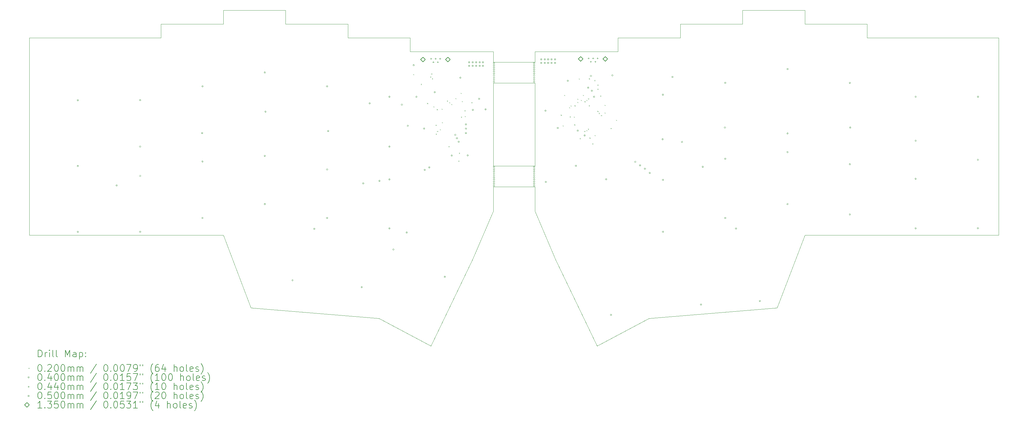
<source format=gbr>
%TF.GenerationSoftware,KiCad,Pcbnew,(6.0.9)*%
%TF.CreationDate,2023-05-23T12:27:55-07:00*%
%TF.ProjectId,Keycad_fun,4b657963-6164-45f6-9675-6e2e6b696361,rev?*%
%TF.SameCoordinates,Original*%
%TF.FileFunction,Drillmap*%
%TF.FilePolarity,Positive*%
%FSLAX45Y45*%
G04 Gerber Fmt 4.5, Leading zero omitted, Abs format (unit mm)*
G04 Created by KiCad (PCBNEW (6.0.9)) date 2023-05-23 12:27:55*
%MOMM*%
%LPD*%
G01*
G04 APERTURE LIST*
%ADD10C,0.050000*%
%ADD11C,0.200000*%
%ADD12C,0.020000*%
%ADD13C,0.040000*%
%ADD14C,0.044000*%
%ADD15C,0.135000*%
G04 APERTURE END LIST*
D10*
X10400000Y-12800000D02*
X9600000Y-10700000D01*
X17400000Y-10000000D02*
X16800000Y-11400000D01*
X21000000Y-5000000D02*
X21000000Y-5400000D01*
X18600000Y-9700000D02*
X18600000Y-9900000D01*
X19200000Y-11400000D02*
X20400000Y-13900000D01*
X19200000Y-5400000D02*
X18900000Y-5400000D01*
X20400000Y-13900000D02*
X21900000Y-13100000D01*
X18600000Y-9900000D02*
X18600000Y-10000000D01*
X21000000Y-5400000D02*
X19200000Y-5400000D01*
X28200000Y-4600000D02*
X26400000Y-4600000D01*
X26400000Y-4200000D02*
X24600000Y-4200000D01*
X22800000Y-4600000D02*
X22800000Y-5000000D01*
X28200000Y-5000000D02*
X28200000Y-4600000D01*
X18600000Y-10000000D02*
X19200000Y-11400000D01*
X25600000Y-12800000D02*
X26400000Y-10700000D01*
X21900000Y-13100000D02*
X25600000Y-12800000D01*
X26400000Y-4600000D02*
X26400000Y-4200000D01*
X24600000Y-4600000D02*
X22800000Y-4600000D01*
X24600000Y-4200000D02*
X24600000Y-4600000D01*
X18800000Y-5400000D02*
X18600000Y-5400000D01*
X18900000Y-5400000D02*
X18800000Y-5400000D01*
X17200000Y-5400000D02*
X17400000Y-5400000D01*
X16800000Y-5400000D02*
X17100000Y-5400000D01*
X18600000Y-9090000D02*
G75*
G03*
X18600000Y-9090000I-20000J0D01*
G01*
X18600000Y-5790000D02*
G75*
G03*
X18600000Y-5790000I-20000J0D01*
G01*
X18600000Y-9270000D02*
G75*
G03*
X18600000Y-9270000I-20000J0D01*
G01*
X17440000Y-5850000D02*
G75*
G03*
X17440000Y-5850000I-20000J0D01*
G01*
X6700000Y-5000000D02*
X7300000Y-5000000D01*
X9600000Y-4200000D02*
X11400000Y-4200000D01*
X7300000Y-5000000D02*
X7800000Y-5000000D01*
X4000000Y-9700000D02*
X4000000Y-10200000D01*
X13200000Y-4600000D02*
X13200000Y-5000000D01*
X17440000Y-8910000D02*
G75*
G03*
X17440000Y-8910000I-20000J0D01*
G01*
X21000000Y-5000000D02*
X21700000Y-5000000D01*
X22300000Y-5000000D02*
X22800000Y-5000000D01*
X4000000Y-5700000D02*
X4000000Y-5000000D01*
X17400000Y-5700000D02*
X18600000Y-5700000D01*
X17400000Y-9900000D02*
X17400000Y-10000000D01*
X32000000Y-9700000D02*
X32000000Y-6300000D01*
X17400000Y-8700000D02*
X17400000Y-6300000D01*
X13200000Y-5000000D02*
X13700000Y-5000000D01*
X17440000Y-9090000D02*
G75*
G03*
X17440000Y-9090000I-20000J0D01*
G01*
X18600000Y-5730000D02*
G75*
G03*
X18600000Y-5730000I-20000J0D01*
G01*
X18600000Y-8790000D02*
G75*
G03*
X18600000Y-8790000I-20000J0D01*
G01*
X4000000Y-5700000D02*
X4000000Y-6300000D01*
X6700000Y-5000000D02*
X5800000Y-5000000D01*
X18600000Y-6090000D02*
G75*
G03*
X18600000Y-6090000I-20000J0D01*
G01*
X17440000Y-5730000D02*
G75*
G03*
X17440000Y-5730000I-20000J0D01*
G01*
X15600000Y-13900000D02*
X14100000Y-13100000D01*
X17400000Y-9700000D02*
X17400000Y-9900000D01*
X15000000Y-5400000D02*
X16800000Y-5400000D01*
X18600000Y-9210000D02*
G75*
G03*
X18600000Y-9210000I-20000J0D01*
G01*
X18600000Y-8700000D02*
X17400000Y-8700000D01*
X17440000Y-9030000D02*
G75*
G03*
X17440000Y-9030000I-20000J0D01*
G01*
X21700000Y-5000000D02*
X22300000Y-5000000D01*
X17440000Y-8970000D02*
G75*
G03*
X17440000Y-8970000I-20000J0D01*
G01*
X17400000Y-5400000D02*
X17400000Y-5700000D01*
X17440000Y-6150000D02*
G75*
G03*
X17440000Y-6150000I-20000J0D01*
G01*
X4000000Y-9700000D02*
X4000000Y-6300000D01*
X4000000Y-5000000D02*
X5800000Y-5000000D01*
X18600000Y-6270000D02*
G75*
G03*
X18600000Y-6270000I-20000J0D01*
G01*
X17440000Y-9210000D02*
G75*
G03*
X17440000Y-9210000I-20000J0D01*
G01*
X18600000Y-6210000D02*
G75*
G03*
X18600000Y-6210000I-20000J0D01*
G01*
X17400000Y-9700000D02*
X17400000Y-9300000D01*
X29300000Y-5000000D02*
X32000000Y-5000000D01*
X29300000Y-10700000D02*
X32000000Y-10700000D01*
X18600000Y-6150000D02*
G75*
G03*
X18600000Y-6150000I-20000J0D01*
G01*
X14100000Y-13100000D02*
X10400000Y-12800000D01*
X11400000Y-4600000D02*
X13200000Y-4600000D01*
X18600000Y-5400000D02*
X18600000Y-5700000D01*
X18600000Y-5850000D02*
G75*
G03*
X18600000Y-5850000I-20000J0D01*
G01*
X18600000Y-6030000D02*
G75*
G03*
X18600000Y-6030000I-20000J0D01*
G01*
X32000000Y-10300000D02*
X32000000Y-10700000D01*
X28700000Y-5000000D02*
X29300000Y-5000000D01*
X28200000Y-5000000D02*
X28700000Y-5000000D01*
X18600000Y-5910000D02*
G75*
G03*
X18600000Y-5910000I-20000J0D01*
G01*
X17440000Y-5970000D02*
G75*
G03*
X17440000Y-5970000I-20000J0D01*
G01*
X17440000Y-9270000D02*
G75*
G03*
X17440000Y-9270000I-20000J0D01*
G01*
X13700000Y-5000000D02*
X14300000Y-5000000D01*
X9600000Y-4600000D02*
X9600000Y-4200000D01*
X18600000Y-8730000D02*
G75*
G03*
X18600000Y-8730000I-20000J0D01*
G01*
X18600000Y-6300000D02*
X17400000Y-6300000D01*
X17440000Y-6090000D02*
G75*
G03*
X17440000Y-6090000I-20000J0D01*
G01*
X18600000Y-9700000D02*
X18600000Y-9300000D01*
X7300000Y-10700000D02*
X9600000Y-10700000D01*
X7800000Y-5000000D02*
X7800000Y-4600000D01*
X17440000Y-6030000D02*
G75*
G03*
X17440000Y-6030000I-20000J0D01*
G01*
X32000000Y-6300000D02*
X32000000Y-5700000D01*
X17100000Y-5400000D02*
X17200000Y-5400000D01*
X4000000Y-10700000D02*
X6700000Y-10700000D01*
X6700000Y-10700000D02*
X7300000Y-10700000D01*
X18600000Y-9150000D02*
G75*
G03*
X18600000Y-9150000I-20000J0D01*
G01*
X32000000Y-5700000D02*
X32000000Y-5000000D01*
X14300000Y-5000000D02*
X15000000Y-5000000D01*
X26400000Y-10700000D02*
X28700000Y-10700000D01*
X17440000Y-8850000D02*
G75*
G03*
X17440000Y-8850000I-20000J0D01*
G01*
X17440000Y-5790000D02*
G75*
G03*
X17440000Y-5790000I-20000J0D01*
G01*
X7800000Y-4600000D02*
X9600000Y-4600000D01*
X18600000Y-5970000D02*
G75*
G03*
X18600000Y-5970000I-20000J0D01*
G01*
X32000000Y-10300000D02*
X32000000Y-9700000D01*
X17440000Y-8790000D02*
G75*
G03*
X17440000Y-8790000I-20000J0D01*
G01*
X16800000Y-11400000D02*
X15600000Y-13900000D01*
X17440000Y-5910000D02*
G75*
G03*
X17440000Y-5910000I-20000J0D01*
G01*
X17440000Y-8730000D02*
G75*
G03*
X17440000Y-8730000I-20000J0D01*
G01*
X4000000Y-10200000D02*
X4000000Y-10700000D01*
X28700000Y-10700000D02*
X29300000Y-10700000D01*
X18600000Y-8970000D02*
G75*
G03*
X18600000Y-8970000I-20000J0D01*
G01*
X18600000Y-8850000D02*
G75*
G03*
X18600000Y-8850000I-20000J0D01*
G01*
X18600000Y-9030000D02*
G75*
G03*
X18600000Y-9030000I-20000J0D01*
G01*
X17400000Y-9300000D02*
X18600000Y-9300000D01*
X18600000Y-6300000D02*
X18600000Y-8700000D01*
X18600000Y-8910000D02*
G75*
G03*
X18600000Y-8910000I-20000J0D01*
G01*
X11400000Y-4200000D02*
X11400000Y-4600000D01*
X15000000Y-5000000D02*
X15000000Y-5400000D01*
X17440000Y-6270000D02*
G75*
G03*
X17440000Y-6270000I-20000J0D01*
G01*
X17440000Y-6210000D02*
G75*
G03*
X17440000Y-6210000I-20000J0D01*
G01*
X17440000Y-9150000D02*
G75*
G03*
X17440000Y-9150000I-20000J0D01*
G01*
D11*
D12*
X15090000Y-6049411D02*
X15110000Y-6069411D01*
X15110000Y-6049411D02*
X15090000Y-6069411D01*
X15310000Y-6330000D02*
X15330000Y-6350000D01*
X15330000Y-6330000D02*
X15310000Y-6350000D01*
X15490000Y-6880000D02*
X15510000Y-6900000D01*
X15510000Y-6880000D02*
X15490000Y-6900000D01*
X15577000Y-6118000D02*
X15597000Y-6138000D01*
X15597000Y-6118000D02*
X15577000Y-6138000D01*
X15610000Y-6030000D02*
X15630000Y-6050000D01*
X15630000Y-6030000D02*
X15610000Y-6050000D01*
X15630000Y-6170000D02*
X15650000Y-6190000D01*
X15650000Y-6170000D02*
X15630000Y-6190000D01*
X15670000Y-6977000D02*
X15690000Y-6997000D01*
X15690000Y-6977000D02*
X15670000Y-6997000D01*
X15737250Y-7510150D02*
X15757250Y-7530150D01*
X15757250Y-7510150D02*
X15737250Y-7530150D01*
X15740000Y-7770000D02*
X15760000Y-7790000D01*
X15760000Y-7770000D02*
X15740000Y-7790000D01*
X15770000Y-7060000D02*
X15790000Y-7080000D01*
X15790000Y-7060000D02*
X15770000Y-7080000D01*
X15780000Y-7690000D02*
X15800000Y-7710000D01*
X15800000Y-7690000D02*
X15780000Y-7710000D01*
X15860000Y-7640000D02*
X15880000Y-7660000D01*
X15880000Y-7640000D02*
X15860000Y-7660000D01*
X15907556Y-7046761D02*
X15927556Y-7066761D01*
X15927556Y-7046761D02*
X15907556Y-7066761D01*
X15917000Y-7438000D02*
X15937000Y-7458000D01*
X15937000Y-7438000D02*
X15917000Y-7458000D01*
X16064664Y-6814664D02*
X16084664Y-6834664D01*
X16084664Y-6814664D02*
X16064664Y-6834664D01*
X16110000Y-8130000D02*
X16130000Y-8150000D01*
X16130000Y-8130000D02*
X16110000Y-8150000D01*
X16130000Y-6860000D02*
X16150000Y-6880000D01*
X16150000Y-6860000D02*
X16130000Y-6880000D01*
X16190000Y-6910000D02*
X16210000Y-6930000D01*
X16210000Y-6910000D02*
X16190000Y-6930000D01*
X16307000Y-6743000D02*
X16327000Y-6763000D01*
X16327000Y-6743000D02*
X16307000Y-6763000D01*
X16390000Y-8550000D02*
X16410000Y-8570000D01*
X16410000Y-8550000D02*
X16390000Y-8570000D01*
X16410000Y-8320000D02*
X16430000Y-8340000D01*
X16430000Y-8320000D02*
X16410000Y-8340000D01*
X16460000Y-6590000D02*
X16480000Y-6610000D01*
X16480000Y-6590000D02*
X16460000Y-6610000D01*
X16467000Y-7279000D02*
X16487000Y-7299000D01*
X16487000Y-7279000D02*
X16467000Y-7299000D01*
X16495000Y-6828000D02*
X16515000Y-6848000D01*
X16515000Y-6828000D02*
X16495000Y-6848000D01*
X16570000Y-7093300D02*
X16590000Y-7113300D01*
X16590000Y-7093300D02*
X16570000Y-7113300D01*
X16580000Y-7260000D02*
X16600000Y-7280000D01*
X16600000Y-7260000D02*
X16580000Y-7280000D01*
X16770000Y-6860000D02*
X16790000Y-6880000D01*
X16790000Y-6860000D02*
X16770000Y-6880000D01*
X19350000Y-7219000D02*
X19370000Y-7239000D01*
X19370000Y-7219000D02*
X19350000Y-7239000D01*
X19405000Y-7528000D02*
X19425000Y-7548000D01*
X19425000Y-7528000D02*
X19405000Y-7548000D01*
X19450000Y-6650000D02*
X19470000Y-6670000D01*
X19470000Y-6650000D02*
X19450000Y-6670000D01*
X19595000Y-7005000D02*
X19615000Y-7025000D01*
X19615000Y-7005000D02*
X19595000Y-7025000D01*
X19610000Y-7270000D02*
X19630000Y-7290000D01*
X19630000Y-7270000D02*
X19610000Y-7290000D01*
X19635000Y-6955000D02*
X19655000Y-6975000D01*
X19655000Y-6955000D02*
X19635000Y-6975000D01*
X19730000Y-7277000D02*
X19750000Y-7297000D01*
X19750000Y-7277000D02*
X19730000Y-7297000D01*
X19740000Y-7498000D02*
X19760000Y-7518000D01*
X19760000Y-7498000D02*
X19740000Y-7518000D01*
X19750000Y-6950000D02*
X19770000Y-6970000D01*
X19770000Y-6950000D02*
X19750000Y-6970000D01*
X19830000Y-6760000D02*
X19850000Y-6780000D01*
X19850000Y-6760000D02*
X19830000Y-6780000D01*
X19830000Y-6850000D02*
X19850000Y-6870000D01*
X19850000Y-6850000D02*
X19830000Y-6870000D01*
X19874000Y-6175000D02*
X19894000Y-6195000D01*
X19894000Y-6175000D02*
X19874000Y-6195000D01*
X19900000Y-7896000D02*
X19920000Y-7916000D01*
X19920000Y-7896000D02*
X19900000Y-7916000D01*
X19930000Y-6790000D02*
X19950000Y-6810000D01*
X19950000Y-6790000D02*
X19930000Y-6810000D01*
X19990000Y-6650000D02*
X20010000Y-6670000D01*
X20010000Y-6650000D02*
X19990000Y-6670000D01*
X20030000Y-7690000D02*
X20050000Y-7710000D01*
X20050000Y-7690000D02*
X20030000Y-7710000D01*
X20036300Y-6830000D02*
X20056300Y-6850000D01*
X20056300Y-6830000D02*
X20036300Y-6850000D01*
X20089704Y-7664572D02*
X20109704Y-7684572D01*
X20109704Y-7664572D02*
X20089704Y-7684572D01*
X20090000Y-6790000D02*
X20110000Y-6810000D01*
X20110000Y-6790000D02*
X20090000Y-6810000D01*
X20135000Y-7625000D02*
X20155000Y-7645000D01*
X20155000Y-7625000D02*
X20135000Y-7645000D01*
X20138700Y-6750000D02*
X20158700Y-6770000D01*
X20158700Y-6750000D02*
X20138700Y-6770000D01*
X20160000Y-6950000D02*
X20180000Y-6970000D01*
X20180000Y-6950000D02*
X20160000Y-6970000D01*
X20165000Y-6171000D02*
X20185000Y-6191000D01*
X20185000Y-6171000D02*
X20165000Y-6191000D01*
X20181000Y-7879000D02*
X20201000Y-7899000D01*
X20201000Y-7879000D02*
X20181000Y-7899000D01*
X20262000Y-8050000D02*
X20282000Y-8070000D01*
X20282000Y-8050000D02*
X20262000Y-8070000D01*
X20320000Y-6220000D02*
X20340000Y-6240000D01*
X20340000Y-6220000D02*
X20320000Y-6240000D01*
X20330000Y-7810000D02*
X20350000Y-7830000D01*
X20350000Y-7810000D02*
X20330000Y-7830000D01*
X20410000Y-6350000D02*
X20430000Y-6370000D01*
X20430000Y-6350000D02*
X20410000Y-6370000D01*
X20410000Y-6470000D02*
X20430000Y-6490000D01*
X20430000Y-6470000D02*
X20410000Y-6490000D01*
X20410000Y-7110000D02*
X20430000Y-7130000D01*
X20430000Y-7110000D02*
X20410000Y-7130000D01*
X20450000Y-7170000D02*
X20470000Y-7190000D01*
X20470000Y-7170000D02*
X20450000Y-7190000D01*
X20490000Y-6670000D02*
X20510000Y-6690000D01*
X20510000Y-6670000D02*
X20490000Y-6690000D01*
X20510000Y-7230000D02*
X20530000Y-7250000D01*
X20530000Y-7230000D02*
X20510000Y-7250000D01*
X20615000Y-7155000D02*
X20635000Y-7175000D01*
X20635000Y-7155000D02*
X20615000Y-7175000D01*
X20617261Y-6937261D02*
X20637261Y-6957261D01*
X20637261Y-6937261D02*
X20617261Y-6957261D01*
X20791000Y-7605000D02*
X20811000Y-7625000D01*
X20811000Y-7605000D02*
X20791000Y-7625000D01*
X20950000Y-7370000D02*
X20970000Y-7390000D01*
X20970000Y-7370000D02*
X20950000Y-7390000D01*
D13*
X5420000Y-6800000D02*
G75*
G03*
X5420000Y-6800000I-20000J0D01*
G01*
X5420000Y-8700000D02*
G75*
G03*
X5420000Y-8700000I-20000J0D01*
G01*
X5420000Y-10600000D02*
G75*
G03*
X5420000Y-10600000I-20000J0D01*
G01*
X6540000Y-9260000D02*
G75*
G03*
X6540000Y-9260000I-20000J0D01*
G01*
X7220000Y-6800000D02*
G75*
G03*
X7220000Y-6800000I-20000J0D01*
G01*
X7220000Y-8140000D02*
G75*
G03*
X7220000Y-8140000I-20000J0D01*
G01*
X7220000Y-8987550D02*
G75*
G03*
X7220000Y-8987550I-20000J0D01*
G01*
X7220000Y-10600000D02*
G75*
G03*
X7220000Y-10600000I-20000J0D01*
G01*
X9010000Y-7750000D02*
G75*
G03*
X9010000Y-7750000I-20000J0D01*
G01*
X9020000Y-6400000D02*
G75*
G03*
X9020000Y-6400000I-20000J0D01*
G01*
X9020000Y-8570000D02*
G75*
G03*
X9020000Y-8570000I-20000J0D01*
G01*
X9020000Y-10200000D02*
G75*
G03*
X9020000Y-10200000I-20000J0D01*
G01*
X10820000Y-6000000D02*
G75*
G03*
X10820000Y-6000000I-20000J0D01*
G01*
X10820000Y-8410000D02*
G75*
G03*
X10820000Y-8410000I-20000J0D01*
G01*
X10820000Y-9800000D02*
G75*
G03*
X10820000Y-9800000I-20000J0D01*
G01*
X10840000Y-7130000D02*
G75*
G03*
X10840000Y-7130000I-20000J0D01*
G01*
X11620000Y-12000000D02*
G75*
G03*
X11620000Y-12000000I-20000J0D01*
G01*
X12252000Y-10514000D02*
G75*
G03*
X12252000Y-10514000I-20000J0D01*
G01*
X12620000Y-6400000D02*
G75*
G03*
X12620000Y-6400000I-20000J0D01*
G01*
X12620000Y-8800000D02*
G75*
G03*
X12620000Y-8800000I-20000J0D01*
G01*
X12620000Y-10200000D02*
G75*
G03*
X12620000Y-10200000I-20000J0D01*
G01*
X12650000Y-7690000D02*
G75*
G03*
X12650000Y-7690000I-20000J0D01*
G01*
X13620000Y-12200000D02*
G75*
G03*
X13620000Y-12200000I-20000J0D01*
G01*
X13664000Y-9202000D02*
G75*
G03*
X13664000Y-9202000I-20000J0D01*
G01*
X13850000Y-6890000D02*
G75*
G03*
X13850000Y-6890000I-20000J0D01*
G01*
X14132000Y-9130000D02*
G75*
G03*
X14132000Y-9130000I-20000J0D01*
G01*
X14420000Y-6700000D02*
G75*
G03*
X14420000Y-6700000I-20000J0D01*
G01*
X14420000Y-8140000D02*
G75*
G03*
X14420000Y-8140000I-20000J0D01*
G01*
X14420000Y-9090000D02*
G75*
G03*
X14420000Y-9090000I-20000J0D01*
G01*
X14420000Y-10500000D02*
G75*
G03*
X14420000Y-10500000I-20000J0D01*
G01*
X14535000Y-11111000D02*
G75*
G03*
X14535000Y-11111000I-20000J0D01*
G01*
X14780000Y-6930000D02*
G75*
G03*
X14780000Y-6930000I-20000J0D01*
G01*
X14919000Y-10621000D02*
G75*
G03*
X14919000Y-10621000I-20000J0D01*
G01*
X14950000Y-7540000D02*
G75*
G03*
X14950000Y-7540000I-20000J0D01*
G01*
X15120000Y-5788000D02*
G75*
G03*
X15120000Y-5788000I-20000J0D01*
G01*
X15201000Y-6701000D02*
G75*
G03*
X15201000Y-6701000I-20000J0D01*
G01*
X15420000Y-7620000D02*
G75*
G03*
X15420000Y-7620000I-20000J0D01*
G01*
X15440000Y-8812450D02*
G75*
G03*
X15440000Y-8812450I-20000J0D01*
G01*
X15570000Y-8740000D02*
G75*
G03*
X15570000Y-8740000I-20000J0D01*
G01*
X15730000Y-6570000D02*
G75*
G03*
X15730000Y-6570000I-20000J0D01*
G01*
X16020000Y-11900000D02*
G75*
G03*
X16020000Y-11900000I-20000J0D01*
G01*
X16220000Y-8400000D02*
G75*
G03*
X16220000Y-8400000I-20000J0D01*
G01*
X16320000Y-7800000D02*
G75*
G03*
X16320000Y-7800000I-20000J0D01*
G01*
X16370000Y-7900000D02*
G75*
G03*
X16370000Y-7900000I-20000J0D01*
G01*
X16420000Y-8000000D02*
G75*
G03*
X16420000Y-8000000I-20000J0D01*
G01*
X16470000Y-6150000D02*
G75*
G03*
X16470000Y-6150000I-20000J0D01*
G01*
X16630000Y-7500000D02*
G75*
G03*
X16630000Y-7500000I-20000J0D01*
G01*
X16630000Y-7620000D02*
G75*
G03*
X16630000Y-7620000I-20000J0D01*
G01*
X16630000Y-7750000D02*
G75*
G03*
X16630000Y-7750000I-20000J0D01*
G01*
X16679000Y-8394000D02*
G75*
G03*
X16679000Y-8394000I-20000J0D01*
G01*
X16830000Y-7080000D02*
G75*
G03*
X16830000Y-7080000I-20000J0D01*
G01*
X17010000Y-6760000D02*
G75*
G03*
X17010000Y-6760000I-20000J0D01*
G01*
X17198000Y-7064000D02*
G75*
G03*
X17198000Y-7064000I-20000J0D01*
G01*
X18927000Y-7103000D02*
G75*
G03*
X18927000Y-7103000I-20000J0D01*
G01*
X18940000Y-9160000D02*
G75*
G03*
X18940000Y-9160000I-20000J0D01*
G01*
X19282500Y-7602500D02*
G75*
G03*
X19282500Y-7602500I-20000J0D01*
G01*
X19573000Y-6238000D02*
G75*
G03*
X19573000Y-6238000I-20000J0D01*
G01*
X19806000Y-8695000D02*
G75*
G03*
X19806000Y-8695000I-20000J0D01*
G01*
X19860000Y-7680000D02*
G75*
G03*
X19860000Y-7680000I-20000J0D01*
G01*
X20060000Y-7820000D02*
G75*
G03*
X20060000Y-7820000I-20000J0D01*
G01*
X20160000Y-6440000D02*
G75*
G03*
X20160000Y-6440000I-20000J0D01*
G01*
X20240000Y-6100000D02*
G75*
G03*
X20240000Y-6100000I-20000J0D01*
G01*
X20267881Y-6527881D02*
G75*
G03*
X20267881Y-6527881I-20000J0D01*
G01*
X20331300Y-6700000D02*
G75*
G03*
X20331300Y-6700000I-20000J0D01*
G01*
X20679000Y-9085000D02*
G75*
G03*
X20679000Y-9085000I-20000J0D01*
G01*
X20820000Y-13000000D02*
G75*
G03*
X20820000Y-13000000I-20000J0D01*
G01*
X20859000Y-6083000D02*
G75*
G03*
X20859000Y-6083000I-20000J0D01*
G01*
X21520000Y-8580000D02*
G75*
G03*
X21520000Y-8580000I-20000J0D01*
G01*
X21660000Y-8680000D02*
G75*
G03*
X21660000Y-8680000I-20000J0D01*
G01*
X21800000Y-8780000D02*
G75*
G03*
X21800000Y-8780000I-20000J0D01*
G01*
X21940000Y-8900000D02*
G75*
G03*
X21940000Y-8900000I-20000J0D01*
G01*
X22310000Y-7930000D02*
G75*
G03*
X22310000Y-7930000I-20000J0D01*
G01*
X22320000Y-6640000D02*
G75*
G03*
X22320000Y-6640000I-20000J0D01*
G01*
X22320000Y-9100000D02*
G75*
G03*
X22320000Y-9100000I-20000J0D01*
G01*
X22320000Y-10600000D02*
G75*
G03*
X22320000Y-10600000I-20000J0D01*
G01*
X22597000Y-6129000D02*
G75*
G03*
X22597000Y-6129000I-20000J0D01*
G01*
X22872000Y-8005000D02*
G75*
G03*
X22872000Y-8005000I-20000J0D01*
G01*
X23420000Y-12700000D02*
G75*
G03*
X23420000Y-12700000I-20000J0D01*
G01*
X23471000Y-8722000D02*
G75*
G03*
X23471000Y-8722000I-20000J0D01*
G01*
X24110000Y-7590000D02*
G75*
G03*
X24110000Y-7590000I-20000J0D01*
G01*
X24120000Y-6300000D02*
G75*
G03*
X24120000Y-6300000I-20000J0D01*
G01*
X24120000Y-8490000D02*
G75*
G03*
X24120000Y-8490000I-20000J0D01*
G01*
X24120000Y-10200000D02*
G75*
G03*
X24120000Y-10200000I-20000J0D01*
G01*
X24431000Y-10504000D02*
G75*
G03*
X24431000Y-10504000I-20000J0D01*
G01*
X25120000Y-12600000D02*
G75*
G03*
X25120000Y-12600000I-20000J0D01*
G01*
X25920000Y-5900000D02*
G75*
G03*
X25920000Y-5900000I-20000J0D01*
G01*
X25920000Y-7760000D02*
G75*
G03*
X25920000Y-7760000I-20000J0D01*
G01*
X25920000Y-8300000D02*
G75*
G03*
X25920000Y-8300000I-20000J0D01*
G01*
X25920000Y-9800000D02*
G75*
G03*
X25920000Y-9800000I-20000J0D01*
G01*
X27720000Y-6300000D02*
G75*
G03*
X27720000Y-6300000I-20000J0D01*
G01*
X27720000Y-8650000D02*
G75*
G03*
X27720000Y-8650000I-20000J0D01*
G01*
X27720000Y-10100000D02*
G75*
G03*
X27720000Y-10100000I-20000J0D01*
G01*
X27730000Y-7590000D02*
G75*
G03*
X27730000Y-7590000I-20000J0D01*
G01*
X29620000Y-6700000D02*
G75*
G03*
X29620000Y-6700000I-20000J0D01*
G01*
X29620000Y-7970000D02*
G75*
G03*
X29620000Y-7970000I-20000J0D01*
G01*
X29620000Y-9070000D02*
G75*
G03*
X29620000Y-9070000I-20000J0D01*
G01*
X29620000Y-10500000D02*
G75*
G03*
X29620000Y-10500000I-20000J0D01*
G01*
X31418619Y-8521381D02*
G75*
G03*
X31418619Y-8521381I-20000J0D01*
G01*
X31418619Y-10499844D02*
G75*
G03*
X31418619Y-10499844I-20000J0D01*
G01*
X31420000Y-6700000D02*
G75*
G03*
X31420000Y-6700000I-20000J0D01*
G01*
D14*
X15600000Y-5578000D02*
X15600000Y-5622000D01*
X15578000Y-5600000D02*
X15622000Y-5600000D01*
X15665000Y-5678000D02*
X15665000Y-5722000D01*
X15643000Y-5700000D02*
X15687000Y-5700000D01*
X15730000Y-5578000D02*
X15730000Y-5622000D01*
X15708000Y-5600000D02*
X15752000Y-5600000D01*
X15795000Y-5678000D02*
X15795000Y-5722000D01*
X15773000Y-5700000D02*
X15817000Y-5700000D01*
X15860000Y-5578000D02*
X15860000Y-5622000D01*
X15838000Y-5600000D02*
X15882000Y-5600000D01*
X20150000Y-5566000D02*
X20150000Y-5610000D01*
X20128000Y-5588000D02*
X20172000Y-5588000D01*
X20215000Y-5666000D02*
X20215000Y-5710000D01*
X20193000Y-5688000D02*
X20237000Y-5688000D01*
X20280000Y-5566000D02*
X20280000Y-5610000D01*
X20258000Y-5588000D02*
X20302000Y-5588000D01*
X20345000Y-5666000D02*
X20345000Y-5710000D01*
X20323000Y-5688000D02*
X20367000Y-5688000D01*
X20410000Y-5566000D02*
X20410000Y-5610000D01*
X20388000Y-5588000D02*
X20432000Y-5588000D01*
D10*
X16717678Y-5717678D02*
X16717678Y-5682322D01*
X16682322Y-5682322D01*
X16682322Y-5717678D01*
X16717678Y-5717678D01*
X16717678Y-5817678D02*
X16717678Y-5782322D01*
X16682322Y-5782322D01*
X16682322Y-5817678D01*
X16717678Y-5817678D01*
X16817678Y-5717678D02*
X16817678Y-5682322D01*
X16782322Y-5682322D01*
X16782322Y-5717678D01*
X16817678Y-5717678D01*
X16817678Y-5817678D02*
X16817678Y-5782322D01*
X16782322Y-5782322D01*
X16782322Y-5817678D01*
X16817678Y-5817678D01*
X16917678Y-5717678D02*
X16917678Y-5682322D01*
X16882322Y-5682322D01*
X16882322Y-5717678D01*
X16917678Y-5717678D01*
X16917678Y-5817678D02*
X16917678Y-5782322D01*
X16882322Y-5782322D01*
X16882322Y-5817678D01*
X16917678Y-5817678D01*
X17017678Y-5717678D02*
X17017678Y-5682322D01*
X16982322Y-5682322D01*
X16982322Y-5717678D01*
X17017678Y-5717678D01*
X17017678Y-5817678D02*
X17017678Y-5782322D01*
X16982322Y-5782322D01*
X16982322Y-5817678D01*
X17017678Y-5817678D01*
X17117678Y-5717678D02*
X17117678Y-5682322D01*
X17082322Y-5682322D01*
X17082322Y-5717678D01*
X17117678Y-5717678D01*
X17117678Y-5817678D02*
X17117678Y-5782322D01*
X17082322Y-5782322D01*
X17082322Y-5817678D01*
X17117678Y-5817678D01*
X18797678Y-5637678D02*
X18797678Y-5602322D01*
X18762322Y-5602322D01*
X18762322Y-5637678D01*
X18797678Y-5637678D01*
X18797678Y-5737678D02*
X18797678Y-5702322D01*
X18762322Y-5702322D01*
X18762322Y-5737678D01*
X18797678Y-5737678D01*
X18897678Y-5637678D02*
X18897678Y-5602322D01*
X18862322Y-5602322D01*
X18862322Y-5637678D01*
X18897678Y-5637678D01*
X18897678Y-5737678D02*
X18897678Y-5702322D01*
X18862322Y-5702322D01*
X18862322Y-5737678D01*
X18897678Y-5737678D01*
X18997678Y-5637678D02*
X18997678Y-5602322D01*
X18962322Y-5602322D01*
X18962322Y-5637678D01*
X18997678Y-5637678D01*
X18997678Y-5737678D02*
X18997678Y-5702322D01*
X18962322Y-5702322D01*
X18962322Y-5737678D01*
X18997678Y-5737678D01*
X19097678Y-5637678D02*
X19097678Y-5602322D01*
X19062322Y-5602322D01*
X19062322Y-5637678D01*
X19097678Y-5637678D01*
X19097678Y-5737678D02*
X19097678Y-5702322D01*
X19062322Y-5702322D01*
X19062322Y-5737678D01*
X19097678Y-5737678D01*
X19197678Y-5637678D02*
X19197678Y-5602322D01*
X19162322Y-5602322D01*
X19162322Y-5637678D01*
X19197678Y-5637678D01*
X19197678Y-5737678D02*
X19197678Y-5702322D01*
X19162322Y-5702322D01*
X19162322Y-5737678D01*
X19197678Y-5737678D01*
D15*
X15372500Y-5689500D02*
X15440000Y-5622000D01*
X15372500Y-5554500D01*
X15305000Y-5622000D01*
X15372500Y-5689500D01*
X16087500Y-5689500D02*
X16155000Y-5622000D01*
X16087500Y-5554500D01*
X16020000Y-5622000D01*
X16087500Y-5689500D01*
X19922500Y-5677500D02*
X19990000Y-5610000D01*
X19922500Y-5542500D01*
X19855000Y-5610000D01*
X19922500Y-5677500D01*
X20637500Y-5677500D02*
X20705000Y-5610000D01*
X20637500Y-5542500D01*
X20570000Y-5610000D01*
X20637500Y-5677500D01*
D11*
X4255119Y-14212976D02*
X4255119Y-14012976D01*
X4302738Y-14012976D01*
X4331310Y-14022500D01*
X4350357Y-14041548D01*
X4359881Y-14060595D01*
X4369405Y-14098690D01*
X4369405Y-14127262D01*
X4359881Y-14165357D01*
X4350357Y-14184405D01*
X4331310Y-14203452D01*
X4302738Y-14212976D01*
X4255119Y-14212976D01*
X4455119Y-14212976D02*
X4455119Y-14079643D01*
X4455119Y-14117738D02*
X4464643Y-14098690D01*
X4474167Y-14089167D01*
X4493214Y-14079643D01*
X4512262Y-14079643D01*
X4578929Y-14212976D02*
X4578929Y-14079643D01*
X4578929Y-14012976D02*
X4569405Y-14022500D01*
X4578929Y-14032024D01*
X4588452Y-14022500D01*
X4578929Y-14012976D01*
X4578929Y-14032024D01*
X4702738Y-14212976D02*
X4683690Y-14203452D01*
X4674167Y-14184405D01*
X4674167Y-14012976D01*
X4807500Y-14212976D02*
X4788452Y-14203452D01*
X4778929Y-14184405D01*
X4778929Y-14012976D01*
X5036071Y-14212976D02*
X5036071Y-14012976D01*
X5102738Y-14155833D01*
X5169405Y-14012976D01*
X5169405Y-14212976D01*
X5350357Y-14212976D02*
X5350357Y-14108214D01*
X5340833Y-14089167D01*
X5321786Y-14079643D01*
X5283690Y-14079643D01*
X5264643Y-14089167D01*
X5350357Y-14203452D02*
X5331310Y-14212976D01*
X5283690Y-14212976D01*
X5264643Y-14203452D01*
X5255119Y-14184405D01*
X5255119Y-14165357D01*
X5264643Y-14146309D01*
X5283690Y-14136786D01*
X5331310Y-14136786D01*
X5350357Y-14127262D01*
X5445595Y-14079643D02*
X5445595Y-14279643D01*
X5445595Y-14089167D02*
X5464643Y-14079643D01*
X5502738Y-14079643D01*
X5521786Y-14089167D01*
X5531310Y-14098690D01*
X5540833Y-14117738D01*
X5540833Y-14174881D01*
X5531310Y-14193928D01*
X5521786Y-14203452D01*
X5502738Y-14212976D01*
X5464643Y-14212976D01*
X5445595Y-14203452D01*
X5626548Y-14193928D02*
X5636071Y-14203452D01*
X5626548Y-14212976D01*
X5617024Y-14203452D01*
X5626548Y-14193928D01*
X5626548Y-14212976D01*
X5626548Y-14089167D02*
X5636071Y-14098690D01*
X5626548Y-14108214D01*
X5617024Y-14098690D01*
X5626548Y-14089167D01*
X5626548Y-14108214D01*
D12*
X3977500Y-14532500D02*
X3997500Y-14552500D01*
X3997500Y-14532500D02*
X3977500Y-14552500D01*
D11*
X4293214Y-14432976D02*
X4312262Y-14432976D01*
X4331310Y-14442500D01*
X4340833Y-14452024D01*
X4350357Y-14471071D01*
X4359881Y-14509167D01*
X4359881Y-14556786D01*
X4350357Y-14594881D01*
X4340833Y-14613928D01*
X4331310Y-14623452D01*
X4312262Y-14632976D01*
X4293214Y-14632976D01*
X4274167Y-14623452D01*
X4264643Y-14613928D01*
X4255119Y-14594881D01*
X4245595Y-14556786D01*
X4245595Y-14509167D01*
X4255119Y-14471071D01*
X4264643Y-14452024D01*
X4274167Y-14442500D01*
X4293214Y-14432976D01*
X4445595Y-14613928D02*
X4455119Y-14623452D01*
X4445595Y-14632976D01*
X4436071Y-14623452D01*
X4445595Y-14613928D01*
X4445595Y-14632976D01*
X4531310Y-14452024D02*
X4540833Y-14442500D01*
X4559881Y-14432976D01*
X4607500Y-14432976D01*
X4626548Y-14442500D01*
X4636071Y-14452024D01*
X4645595Y-14471071D01*
X4645595Y-14490119D01*
X4636071Y-14518690D01*
X4521786Y-14632976D01*
X4645595Y-14632976D01*
X4769405Y-14432976D02*
X4788452Y-14432976D01*
X4807500Y-14442500D01*
X4817024Y-14452024D01*
X4826548Y-14471071D01*
X4836071Y-14509167D01*
X4836071Y-14556786D01*
X4826548Y-14594881D01*
X4817024Y-14613928D01*
X4807500Y-14623452D01*
X4788452Y-14632976D01*
X4769405Y-14632976D01*
X4750357Y-14623452D01*
X4740833Y-14613928D01*
X4731310Y-14594881D01*
X4721786Y-14556786D01*
X4721786Y-14509167D01*
X4731310Y-14471071D01*
X4740833Y-14452024D01*
X4750357Y-14442500D01*
X4769405Y-14432976D01*
X4959881Y-14432976D02*
X4978929Y-14432976D01*
X4997976Y-14442500D01*
X5007500Y-14452024D01*
X5017024Y-14471071D01*
X5026548Y-14509167D01*
X5026548Y-14556786D01*
X5017024Y-14594881D01*
X5007500Y-14613928D01*
X4997976Y-14623452D01*
X4978929Y-14632976D01*
X4959881Y-14632976D01*
X4940833Y-14623452D01*
X4931310Y-14613928D01*
X4921786Y-14594881D01*
X4912262Y-14556786D01*
X4912262Y-14509167D01*
X4921786Y-14471071D01*
X4931310Y-14452024D01*
X4940833Y-14442500D01*
X4959881Y-14432976D01*
X5112262Y-14632976D02*
X5112262Y-14499643D01*
X5112262Y-14518690D02*
X5121786Y-14509167D01*
X5140833Y-14499643D01*
X5169405Y-14499643D01*
X5188452Y-14509167D01*
X5197976Y-14528214D01*
X5197976Y-14632976D01*
X5197976Y-14528214D02*
X5207500Y-14509167D01*
X5226548Y-14499643D01*
X5255119Y-14499643D01*
X5274167Y-14509167D01*
X5283690Y-14528214D01*
X5283690Y-14632976D01*
X5378929Y-14632976D02*
X5378929Y-14499643D01*
X5378929Y-14518690D02*
X5388452Y-14509167D01*
X5407500Y-14499643D01*
X5436071Y-14499643D01*
X5455119Y-14509167D01*
X5464643Y-14528214D01*
X5464643Y-14632976D01*
X5464643Y-14528214D02*
X5474167Y-14509167D01*
X5493214Y-14499643D01*
X5521786Y-14499643D01*
X5540833Y-14509167D01*
X5550357Y-14528214D01*
X5550357Y-14632976D01*
X5940833Y-14423452D02*
X5769405Y-14680595D01*
X6197976Y-14432976D02*
X6217024Y-14432976D01*
X6236071Y-14442500D01*
X6245595Y-14452024D01*
X6255119Y-14471071D01*
X6264643Y-14509167D01*
X6264643Y-14556786D01*
X6255119Y-14594881D01*
X6245595Y-14613928D01*
X6236071Y-14623452D01*
X6217024Y-14632976D01*
X6197976Y-14632976D01*
X6178928Y-14623452D01*
X6169405Y-14613928D01*
X6159881Y-14594881D01*
X6150357Y-14556786D01*
X6150357Y-14509167D01*
X6159881Y-14471071D01*
X6169405Y-14452024D01*
X6178928Y-14442500D01*
X6197976Y-14432976D01*
X6350357Y-14613928D02*
X6359881Y-14623452D01*
X6350357Y-14632976D01*
X6340833Y-14623452D01*
X6350357Y-14613928D01*
X6350357Y-14632976D01*
X6483690Y-14432976D02*
X6502738Y-14432976D01*
X6521786Y-14442500D01*
X6531309Y-14452024D01*
X6540833Y-14471071D01*
X6550357Y-14509167D01*
X6550357Y-14556786D01*
X6540833Y-14594881D01*
X6531309Y-14613928D01*
X6521786Y-14623452D01*
X6502738Y-14632976D01*
X6483690Y-14632976D01*
X6464643Y-14623452D01*
X6455119Y-14613928D01*
X6445595Y-14594881D01*
X6436071Y-14556786D01*
X6436071Y-14509167D01*
X6445595Y-14471071D01*
X6455119Y-14452024D01*
X6464643Y-14442500D01*
X6483690Y-14432976D01*
X6674167Y-14432976D02*
X6693214Y-14432976D01*
X6712262Y-14442500D01*
X6721786Y-14452024D01*
X6731309Y-14471071D01*
X6740833Y-14509167D01*
X6740833Y-14556786D01*
X6731309Y-14594881D01*
X6721786Y-14613928D01*
X6712262Y-14623452D01*
X6693214Y-14632976D01*
X6674167Y-14632976D01*
X6655119Y-14623452D01*
X6645595Y-14613928D01*
X6636071Y-14594881D01*
X6626548Y-14556786D01*
X6626548Y-14509167D01*
X6636071Y-14471071D01*
X6645595Y-14452024D01*
X6655119Y-14442500D01*
X6674167Y-14432976D01*
X6807500Y-14432976D02*
X6940833Y-14432976D01*
X6855119Y-14632976D01*
X7026548Y-14632976D02*
X7064643Y-14632976D01*
X7083690Y-14623452D01*
X7093214Y-14613928D01*
X7112262Y-14585357D01*
X7121786Y-14547262D01*
X7121786Y-14471071D01*
X7112262Y-14452024D01*
X7102738Y-14442500D01*
X7083690Y-14432976D01*
X7045595Y-14432976D01*
X7026548Y-14442500D01*
X7017024Y-14452024D01*
X7007500Y-14471071D01*
X7007500Y-14518690D01*
X7017024Y-14537738D01*
X7026548Y-14547262D01*
X7045595Y-14556786D01*
X7083690Y-14556786D01*
X7102738Y-14547262D01*
X7112262Y-14537738D01*
X7121786Y-14518690D01*
X7197976Y-14432976D02*
X7197976Y-14471071D01*
X7274167Y-14432976D02*
X7274167Y-14471071D01*
X7569405Y-14709167D02*
X7559881Y-14699643D01*
X7540833Y-14671071D01*
X7531309Y-14652024D01*
X7521786Y-14623452D01*
X7512262Y-14575833D01*
X7512262Y-14537738D01*
X7521786Y-14490119D01*
X7531309Y-14461548D01*
X7540833Y-14442500D01*
X7559881Y-14413928D01*
X7569405Y-14404405D01*
X7731309Y-14432976D02*
X7693214Y-14432976D01*
X7674167Y-14442500D01*
X7664643Y-14452024D01*
X7645595Y-14480595D01*
X7636071Y-14518690D01*
X7636071Y-14594881D01*
X7645595Y-14613928D01*
X7655119Y-14623452D01*
X7674167Y-14632976D01*
X7712262Y-14632976D01*
X7731309Y-14623452D01*
X7740833Y-14613928D01*
X7750357Y-14594881D01*
X7750357Y-14547262D01*
X7740833Y-14528214D01*
X7731309Y-14518690D01*
X7712262Y-14509167D01*
X7674167Y-14509167D01*
X7655119Y-14518690D01*
X7645595Y-14528214D01*
X7636071Y-14547262D01*
X7921786Y-14499643D02*
X7921786Y-14632976D01*
X7874167Y-14423452D02*
X7826548Y-14566309D01*
X7950357Y-14566309D01*
X8178928Y-14632976D02*
X8178928Y-14432976D01*
X8264643Y-14632976D02*
X8264643Y-14528214D01*
X8255119Y-14509167D01*
X8236071Y-14499643D01*
X8207500Y-14499643D01*
X8188452Y-14509167D01*
X8178928Y-14518690D01*
X8388452Y-14632976D02*
X8369405Y-14623452D01*
X8359881Y-14613928D01*
X8350357Y-14594881D01*
X8350357Y-14537738D01*
X8359881Y-14518690D01*
X8369405Y-14509167D01*
X8388452Y-14499643D01*
X8417024Y-14499643D01*
X8436071Y-14509167D01*
X8445595Y-14518690D01*
X8455119Y-14537738D01*
X8455119Y-14594881D01*
X8445595Y-14613928D01*
X8436071Y-14623452D01*
X8417024Y-14632976D01*
X8388452Y-14632976D01*
X8569405Y-14632976D02*
X8550357Y-14623452D01*
X8540833Y-14604405D01*
X8540833Y-14432976D01*
X8721786Y-14623452D02*
X8702738Y-14632976D01*
X8664643Y-14632976D01*
X8645595Y-14623452D01*
X8636071Y-14604405D01*
X8636071Y-14528214D01*
X8645595Y-14509167D01*
X8664643Y-14499643D01*
X8702738Y-14499643D01*
X8721786Y-14509167D01*
X8731310Y-14528214D01*
X8731310Y-14547262D01*
X8636071Y-14566309D01*
X8807500Y-14623452D02*
X8826548Y-14632976D01*
X8864643Y-14632976D01*
X8883690Y-14623452D01*
X8893214Y-14604405D01*
X8893214Y-14594881D01*
X8883690Y-14575833D01*
X8864643Y-14566309D01*
X8836071Y-14566309D01*
X8817024Y-14556786D01*
X8807500Y-14537738D01*
X8807500Y-14528214D01*
X8817024Y-14509167D01*
X8836071Y-14499643D01*
X8864643Y-14499643D01*
X8883690Y-14509167D01*
X8959881Y-14709167D02*
X8969405Y-14699643D01*
X8988452Y-14671071D01*
X8997976Y-14652024D01*
X9007500Y-14623452D01*
X9017024Y-14575833D01*
X9017024Y-14537738D01*
X9007500Y-14490119D01*
X8997976Y-14461548D01*
X8988452Y-14442500D01*
X8969405Y-14413928D01*
X8959881Y-14404405D01*
D13*
X3997500Y-14806500D02*
G75*
G03*
X3997500Y-14806500I-20000J0D01*
G01*
D11*
X4293214Y-14696976D02*
X4312262Y-14696976D01*
X4331310Y-14706500D01*
X4340833Y-14716024D01*
X4350357Y-14735071D01*
X4359881Y-14773167D01*
X4359881Y-14820786D01*
X4350357Y-14858881D01*
X4340833Y-14877928D01*
X4331310Y-14887452D01*
X4312262Y-14896976D01*
X4293214Y-14896976D01*
X4274167Y-14887452D01*
X4264643Y-14877928D01*
X4255119Y-14858881D01*
X4245595Y-14820786D01*
X4245595Y-14773167D01*
X4255119Y-14735071D01*
X4264643Y-14716024D01*
X4274167Y-14706500D01*
X4293214Y-14696976D01*
X4445595Y-14877928D02*
X4455119Y-14887452D01*
X4445595Y-14896976D01*
X4436071Y-14887452D01*
X4445595Y-14877928D01*
X4445595Y-14896976D01*
X4626548Y-14763643D02*
X4626548Y-14896976D01*
X4578929Y-14687452D02*
X4531310Y-14830309D01*
X4655119Y-14830309D01*
X4769405Y-14696976D02*
X4788452Y-14696976D01*
X4807500Y-14706500D01*
X4817024Y-14716024D01*
X4826548Y-14735071D01*
X4836071Y-14773167D01*
X4836071Y-14820786D01*
X4826548Y-14858881D01*
X4817024Y-14877928D01*
X4807500Y-14887452D01*
X4788452Y-14896976D01*
X4769405Y-14896976D01*
X4750357Y-14887452D01*
X4740833Y-14877928D01*
X4731310Y-14858881D01*
X4721786Y-14820786D01*
X4721786Y-14773167D01*
X4731310Y-14735071D01*
X4740833Y-14716024D01*
X4750357Y-14706500D01*
X4769405Y-14696976D01*
X4959881Y-14696976D02*
X4978929Y-14696976D01*
X4997976Y-14706500D01*
X5007500Y-14716024D01*
X5017024Y-14735071D01*
X5026548Y-14773167D01*
X5026548Y-14820786D01*
X5017024Y-14858881D01*
X5007500Y-14877928D01*
X4997976Y-14887452D01*
X4978929Y-14896976D01*
X4959881Y-14896976D01*
X4940833Y-14887452D01*
X4931310Y-14877928D01*
X4921786Y-14858881D01*
X4912262Y-14820786D01*
X4912262Y-14773167D01*
X4921786Y-14735071D01*
X4931310Y-14716024D01*
X4940833Y-14706500D01*
X4959881Y-14696976D01*
X5112262Y-14896976D02*
X5112262Y-14763643D01*
X5112262Y-14782690D02*
X5121786Y-14773167D01*
X5140833Y-14763643D01*
X5169405Y-14763643D01*
X5188452Y-14773167D01*
X5197976Y-14792214D01*
X5197976Y-14896976D01*
X5197976Y-14792214D02*
X5207500Y-14773167D01*
X5226548Y-14763643D01*
X5255119Y-14763643D01*
X5274167Y-14773167D01*
X5283690Y-14792214D01*
X5283690Y-14896976D01*
X5378929Y-14896976D02*
X5378929Y-14763643D01*
X5378929Y-14782690D02*
X5388452Y-14773167D01*
X5407500Y-14763643D01*
X5436071Y-14763643D01*
X5455119Y-14773167D01*
X5464643Y-14792214D01*
X5464643Y-14896976D01*
X5464643Y-14792214D02*
X5474167Y-14773167D01*
X5493214Y-14763643D01*
X5521786Y-14763643D01*
X5540833Y-14773167D01*
X5550357Y-14792214D01*
X5550357Y-14896976D01*
X5940833Y-14687452D02*
X5769405Y-14944595D01*
X6197976Y-14696976D02*
X6217024Y-14696976D01*
X6236071Y-14706500D01*
X6245595Y-14716024D01*
X6255119Y-14735071D01*
X6264643Y-14773167D01*
X6264643Y-14820786D01*
X6255119Y-14858881D01*
X6245595Y-14877928D01*
X6236071Y-14887452D01*
X6217024Y-14896976D01*
X6197976Y-14896976D01*
X6178928Y-14887452D01*
X6169405Y-14877928D01*
X6159881Y-14858881D01*
X6150357Y-14820786D01*
X6150357Y-14773167D01*
X6159881Y-14735071D01*
X6169405Y-14716024D01*
X6178928Y-14706500D01*
X6197976Y-14696976D01*
X6350357Y-14877928D02*
X6359881Y-14887452D01*
X6350357Y-14896976D01*
X6340833Y-14887452D01*
X6350357Y-14877928D01*
X6350357Y-14896976D01*
X6483690Y-14696976D02*
X6502738Y-14696976D01*
X6521786Y-14706500D01*
X6531309Y-14716024D01*
X6540833Y-14735071D01*
X6550357Y-14773167D01*
X6550357Y-14820786D01*
X6540833Y-14858881D01*
X6531309Y-14877928D01*
X6521786Y-14887452D01*
X6502738Y-14896976D01*
X6483690Y-14896976D01*
X6464643Y-14887452D01*
X6455119Y-14877928D01*
X6445595Y-14858881D01*
X6436071Y-14820786D01*
X6436071Y-14773167D01*
X6445595Y-14735071D01*
X6455119Y-14716024D01*
X6464643Y-14706500D01*
X6483690Y-14696976D01*
X6740833Y-14896976D02*
X6626548Y-14896976D01*
X6683690Y-14896976D02*
X6683690Y-14696976D01*
X6664643Y-14725548D01*
X6645595Y-14744595D01*
X6626548Y-14754119D01*
X6921786Y-14696976D02*
X6826548Y-14696976D01*
X6817024Y-14792214D01*
X6826548Y-14782690D01*
X6845595Y-14773167D01*
X6893214Y-14773167D01*
X6912262Y-14782690D01*
X6921786Y-14792214D01*
X6931309Y-14811262D01*
X6931309Y-14858881D01*
X6921786Y-14877928D01*
X6912262Y-14887452D01*
X6893214Y-14896976D01*
X6845595Y-14896976D01*
X6826548Y-14887452D01*
X6817024Y-14877928D01*
X6997976Y-14696976D02*
X7131309Y-14696976D01*
X7045595Y-14896976D01*
X7197976Y-14696976D02*
X7197976Y-14735071D01*
X7274167Y-14696976D02*
X7274167Y-14735071D01*
X7569405Y-14973167D02*
X7559881Y-14963643D01*
X7540833Y-14935071D01*
X7531309Y-14916024D01*
X7521786Y-14887452D01*
X7512262Y-14839833D01*
X7512262Y-14801738D01*
X7521786Y-14754119D01*
X7531309Y-14725548D01*
X7540833Y-14706500D01*
X7559881Y-14677928D01*
X7569405Y-14668405D01*
X7750357Y-14896976D02*
X7636071Y-14896976D01*
X7693214Y-14896976D02*
X7693214Y-14696976D01*
X7674167Y-14725548D01*
X7655119Y-14744595D01*
X7636071Y-14754119D01*
X7874167Y-14696976D02*
X7893214Y-14696976D01*
X7912262Y-14706500D01*
X7921786Y-14716024D01*
X7931309Y-14735071D01*
X7940833Y-14773167D01*
X7940833Y-14820786D01*
X7931309Y-14858881D01*
X7921786Y-14877928D01*
X7912262Y-14887452D01*
X7893214Y-14896976D01*
X7874167Y-14896976D01*
X7855119Y-14887452D01*
X7845595Y-14877928D01*
X7836071Y-14858881D01*
X7826548Y-14820786D01*
X7826548Y-14773167D01*
X7836071Y-14735071D01*
X7845595Y-14716024D01*
X7855119Y-14706500D01*
X7874167Y-14696976D01*
X8064643Y-14696976D02*
X8083690Y-14696976D01*
X8102738Y-14706500D01*
X8112262Y-14716024D01*
X8121786Y-14735071D01*
X8131309Y-14773167D01*
X8131309Y-14820786D01*
X8121786Y-14858881D01*
X8112262Y-14877928D01*
X8102738Y-14887452D01*
X8083690Y-14896976D01*
X8064643Y-14896976D01*
X8045595Y-14887452D01*
X8036071Y-14877928D01*
X8026548Y-14858881D01*
X8017024Y-14820786D01*
X8017024Y-14773167D01*
X8026548Y-14735071D01*
X8036071Y-14716024D01*
X8045595Y-14706500D01*
X8064643Y-14696976D01*
X8369405Y-14896976D02*
X8369405Y-14696976D01*
X8455119Y-14896976D02*
X8455119Y-14792214D01*
X8445595Y-14773167D01*
X8426548Y-14763643D01*
X8397976Y-14763643D01*
X8378928Y-14773167D01*
X8369405Y-14782690D01*
X8578929Y-14896976D02*
X8559881Y-14887452D01*
X8550357Y-14877928D01*
X8540833Y-14858881D01*
X8540833Y-14801738D01*
X8550357Y-14782690D01*
X8559881Y-14773167D01*
X8578929Y-14763643D01*
X8607500Y-14763643D01*
X8626548Y-14773167D01*
X8636071Y-14782690D01*
X8645595Y-14801738D01*
X8645595Y-14858881D01*
X8636071Y-14877928D01*
X8626548Y-14887452D01*
X8607500Y-14896976D01*
X8578929Y-14896976D01*
X8759881Y-14896976D02*
X8740833Y-14887452D01*
X8731310Y-14868405D01*
X8731310Y-14696976D01*
X8912262Y-14887452D02*
X8893214Y-14896976D01*
X8855119Y-14896976D01*
X8836071Y-14887452D01*
X8826548Y-14868405D01*
X8826548Y-14792214D01*
X8836071Y-14773167D01*
X8855119Y-14763643D01*
X8893214Y-14763643D01*
X8912262Y-14773167D01*
X8921786Y-14792214D01*
X8921786Y-14811262D01*
X8826548Y-14830309D01*
X8997976Y-14887452D02*
X9017024Y-14896976D01*
X9055119Y-14896976D01*
X9074167Y-14887452D01*
X9083690Y-14868405D01*
X9083690Y-14858881D01*
X9074167Y-14839833D01*
X9055119Y-14830309D01*
X9026548Y-14830309D01*
X9007500Y-14820786D01*
X8997976Y-14801738D01*
X8997976Y-14792214D01*
X9007500Y-14773167D01*
X9026548Y-14763643D01*
X9055119Y-14763643D01*
X9074167Y-14773167D01*
X9150357Y-14973167D02*
X9159881Y-14963643D01*
X9178929Y-14935071D01*
X9188452Y-14916024D01*
X9197976Y-14887452D01*
X9207500Y-14839833D01*
X9207500Y-14801738D01*
X9197976Y-14754119D01*
X9188452Y-14725548D01*
X9178929Y-14706500D01*
X9159881Y-14677928D01*
X9150357Y-14668405D01*
D14*
X3975500Y-15048500D02*
X3975500Y-15092500D01*
X3953500Y-15070500D02*
X3997500Y-15070500D01*
D11*
X4293214Y-14960976D02*
X4312262Y-14960976D01*
X4331310Y-14970500D01*
X4340833Y-14980024D01*
X4350357Y-14999071D01*
X4359881Y-15037167D01*
X4359881Y-15084786D01*
X4350357Y-15122881D01*
X4340833Y-15141928D01*
X4331310Y-15151452D01*
X4312262Y-15160976D01*
X4293214Y-15160976D01*
X4274167Y-15151452D01*
X4264643Y-15141928D01*
X4255119Y-15122881D01*
X4245595Y-15084786D01*
X4245595Y-15037167D01*
X4255119Y-14999071D01*
X4264643Y-14980024D01*
X4274167Y-14970500D01*
X4293214Y-14960976D01*
X4445595Y-15141928D02*
X4455119Y-15151452D01*
X4445595Y-15160976D01*
X4436071Y-15151452D01*
X4445595Y-15141928D01*
X4445595Y-15160976D01*
X4626548Y-15027643D02*
X4626548Y-15160976D01*
X4578929Y-14951452D02*
X4531310Y-15094309D01*
X4655119Y-15094309D01*
X4817024Y-15027643D02*
X4817024Y-15160976D01*
X4769405Y-14951452D02*
X4721786Y-15094309D01*
X4845595Y-15094309D01*
X4959881Y-14960976D02*
X4978929Y-14960976D01*
X4997976Y-14970500D01*
X5007500Y-14980024D01*
X5017024Y-14999071D01*
X5026548Y-15037167D01*
X5026548Y-15084786D01*
X5017024Y-15122881D01*
X5007500Y-15141928D01*
X4997976Y-15151452D01*
X4978929Y-15160976D01*
X4959881Y-15160976D01*
X4940833Y-15151452D01*
X4931310Y-15141928D01*
X4921786Y-15122881D01*
X4912262Y-15084786D01*
X4912262Y-15037167D01*
X4921786Y-14999071D01*
X4931310Y-14980024D01*
X4940833Y-14970500D01*
X4959881Y-14960976D01*
X5112262Y-15160976D02*
X5112262Y-15027643D01*
X5112262Y-15046690D02*
X5121786Y-15037167D01*
X5140833Y-15027643D01*
X5169405Y-15027643D01*
X5188452Y-15037167D01*
X5197976Y-15056214D01*
X5197976Y-15160976D01*
X5197976Y-15056214D02*
X5207500Y-15037167D01*
X5226548Y-15027643D01*
X5255119Y-15027643D01*
X5274167Y-15037167D01*
X5283690Y-15056214D01*
X5283690Y-15160976D01*
X5378929Y-15160976D02*
X5378929Y-15027643D01*
X5378929Y-15046690D02*
X5388452Y-15037167D01*
X5407500Y-15027643D01*
X5436071Y-15027643D01*
X5455119Y-15037167D01*
X5464643Y-15056214D01*
X5464643Y-15160976D01*
X5464643Y-15056214D02*
X5474167Y-15037167D01*
X5493214Y-15027643D01*
X5521786Y-15027643D01*
X5540833Y-15037167D01*
X5550357Y-15056214D01*
X5550357Y-15160976D01*
X5940833Y-14951452D02*
X5769405Y-15208595D01*
X6197976Y-14960976D02*
X6217024Y-14960976D01*
X6236071Y-14970500D01*
X6245595Y-14980024D01*
X6255119Y-14999071D01*
X6264643Y-15037167D01*
X6264643Y-15084786D01*
X6255119Y-15122881D01*
X6245595Y-15141928D01*
X6236071Y-15151452D01*
X6217024Y-15160976D01*
X6197976Y-15160976D01*
X6178928Y-15151452D01*
X6169405Y-15141928D01*
X6159881Y-15122881D01*
X6150357Y-15084786D01*
X6150357Y-15037167D01*
X6159881Y-14999071D01*
X6169405Y-14980024D01*
X6178928Y-14970500D01*
X6197976Y-14960976D01*
X6350357Y-15141928D02*
X6359881Y-15151452D01*
X6350357Y-15160976D01*
X6340833Y-15151452D01*
X6350357Y-15141928D01*
X6350357Y-15160976D01*
X6483690Y-14960976D02*
X6502738Y-14960976D01*
X6521786Y-14970500D01*
X6531309Y-14980024D01*
X6540833Y-14999071D01*
X6550357Y-15037167D01*
X6550357Y-15084786D01*
X6540833Y-15122881D01*
X6531309Y-15141928D01*
X6521786Y-15151452D01*
X6502738Y-15160976D01*
X6483690Y-15160976D01*
X6464643Y-15151452D01*
X6455119Y-15141928D01*
X6445595Y-15122881D01*
X6436071Y-15084786D01*
X6436071Y-15037167D01*
X6445595Y-14999071D01*
X6455119Y-14980024D01*
X6464643Y-14970500D01*
X6483690Y-14960976D01*
X6740833Y-15160976D02*
X6626548Y-15160976D01*
X6683690Y-15160976D02*
X6683690Y-14960976D01*
X6664643Y-14989548D01*
X6645595Y-15008595D01*
X6626548Y-15018119D01*
X6807500Y-14960976D02*
X6940833Y-14960976D01*
X6855119Y-15160976D01*
X6997976Y-14960976D02*
X7121786Y-14960976D01*
X7055119Y-15037167D01*
X7083690Y-15037167D01*
X7102738Y-15046690D01*
X7112262Y-15056214D01*
X7121786Y-15075262D01*
X7121786Y-15122881D01*
X7112262Y-15141928D01*
X7102738Y-15151452D01*
X7083690Y-15160976D01*
X7026548Y-15160976D01*
X7007500Y-15151452D01*
X6997976Y-15141928D01*
X7197976Y-14960976D02*
X7197976Y-14999071D01*
X7274167Y-14960976D02*
X7274167Y-14999071D01*
X7569405Y-15237167D02*
X7559881Y-15227643D01*
X7540833Y-15199071D01*
X7531309Y-15180024D01*
X7521786Y-15151452D01*
X7512262Y-15103833D01*
X7512262Y-15065738D01*
X7521786Y-15018119D01*
X7531309Y-14989548D01*
X7540833Y-14970500D01*
X7559881Y-14941928D01*
X7569405Y-14932405D01*
X7750357Y-15160976D02*
X7636071Y-15160976D01*
X7693214Y-15160976D02*
X7693214Y-14960976D01*
X7674167Y-14989548D01*
X7655119Y-15008595D01*
X7636071Y-15018119D01*
X7874167Y-14960976D02*
X7893214Y-14960976D01*
X7912262Y-14970500D01*
X7921786Y-14980024D01*
X7931309Y-14999071D01*
X7940833Y-15037167D01*
X7940833Y-15084786D01*
X7931309Y-15122881D01*
X7921786Y-15141928D01*
X7912262Y-15151452D01*
X7893214Y-15160976D01*
X7874167Y-15160976D01*
X7855119Y-15151452D01*
X7845595Y-15141928D01*
X7836071Y-15122881D01*
X7826548Y-15084786D01*
X7826548Y-15037167D01*
X7836071Y-14999071D01*
X7845595Y-14980024D01*
X7855119Y-14970500D01*
X7874167Y-14960976D01*
X8178928Y-15160976D02*
X8178928Y-14960976D01*
X8264643Y-15160976D02*
X8264643Y-15056214D01*
X8255119Y-15037167D01*
X8236071Y-15027643D01*
X8207500Y-15027643D01*
X8188452Y-15037167D01*
X8178928Y-15046690D01*
X8388452Y-15160976D02*
X8369405Y-15151452D01*
X8359881Y-15141928D01*
X8350357Y-15122881D01*
X8350357Y-15065738D01*
X8359881Y-15046690D01*
X8369405Y-15037167D01*
X8388452Y-15027643D01*
X8417024Y-15027643D01*
X8436071Y-15037167D01*
X8445595Y-15046690D01*
X8455119Y-15065738D01*
X8455119Y-15122881D01*
X8445595Y-15141928D01*
X8436071Y-15151452D01*
X8417024Y-15160976D01*
X8388452Y-15160976D01*
X8569405Y-15160976D02*
X8550357Y-15151452D01*
X8540833Y-15132405D01*
X8540833Y-14960976D01*
X8721786Y-15151452D02*
X8702738Y-15160976D01*
X8664643Y-15160976D01*
X8645595Y-15151452D01*
X8636071Y-15132405D01*
X8636071Y-15056214D01*
X8645595Y-15037167D01*
X8664643Y-15027643D01*
X8702738Y-15027643D01*
X8721786Y-15037167D01*
X8731310Y-15056214D01*
X8731310Y-15075262D01*
X8636071Y-15094309D01*
X8807500Y-15151452D02*
X8826548Y-15160976D01*
X8864643Y-15160976D01*
X8883690Y-15151452D01*
X8893214Y-15132405D01*
X8893214Y-15122881D01*
X8883690Y-15103833D01*
X8864643Y-15094309D01*
X8836071Y-15094309D01*
X8817024Y-15084786D01*
X8807500Y-15065738D01*
X8807500Y-15056214D01*
X8817024Y-15037167D01*
X8836071Y-15027643D01*
X8864643Y-15027643D01*
X8883690Y-15037167D01*
X8959881Y-15237167D02*
X8969405Y-15227643D01*
X8988452Y-15199071D01*
X8997976Y-15180024D01*
X9007500Y-15151452D01*
X9017024Y-15103833D01*
X9017024Y-15065738D01*
X9007500Y-15018119D01*
X8997976Y-14989548D01*
X8988452Y-14970500D01*
X8969405Y-14941928D01*
X8959881Y-14932405D01*
D10*
X3990178Y-15352178D02*
X3990178Y-15316822D01*
X3954822Y-15316822D01*
X3954822Y-15352178D01*
X3990178Y-15352178D01*
D11*
X4293214Y-15224976D02*
X4312262Y-15224976D01*
X4331310Y-15234500D01*
X4340833Y-15244024D01*
X4350357Y-15263071D01*
X4359881Y-15301167D01*
X4359881Y-15348786D01*
X4350357Y-15386881D01*
X4340833Y-15405928D01*
X4331310Y-15415452D01*
X4312262Y-15424976D01*
X4293214Y-15424976D01*
X4274167Y-15415452D01*
X4264643Y-15405928D01*
X4255119Y-15386881D01*
X4245595Y-15348786D01*
X4245595Y-15301167D01*
X4255119Y-15263071D01*
X4264643Y-15244024D01*
X4274167Y-15234500D01*
X4293214Y-15224976D01*
X4445595Y-15405928D02*
X4455119Y-15415452D01*
X4445595Y-15424976D01*
X4436071Y-15415452D01*
X4445595Y-15405928D01*
X4445595Y-15424976D01*
X4636071Y-15224976D02*
X4540833Y-15224976D01*
X4531310Y-15320214D01*
X4540833Y-15310690D01*
X4559881Y-15301167D01*
X4607500Y-15301167D01*
X4626548Y-15310690D01*
X4636071Y-15320214D01*
X4645595Y-15339262D01*
X4645595Y-15386881D01*
X4636071Y-15405928D01*
X4626548Y-15415452D01*
X4607500Y-15424976D01*
X4559881Y-15424976D01*
X4540833Y-15415452D01*
X4531310Y-15405928D01*
X4769405Y-15224976D02*
X4788452Y-15224976D01*
X4807500Y-15234500D01*
X4817024Y-15244024D01*
X4826548Y-15263071D01*
X4836071Y-15301167D01*
X4836071Y-15348786D01*
X4826548Y-15386881D01*
X4817024Y-15405928D01*
X4807500Y-15415452D01*
X4788452Y-15424976D01*
X4769405Y-15424976D01*
X4750357Y-15415452D01*
X4740833Y-15405928D01*
X4731310Y-15386881D01*
X4721786Y-15348786D01*
X4721786Y-15301167D01*
X4731310Y-15263071D01*
X4740833Y-15244024D01*
X4750357Y-15234500D01*
X4769405Y-15224976D01*
X4959881Y-15224976D02*
X4978929Y-15224976D01*
X4997976Y-15234500D01*
X5007500Y-15244024D01*
X5017024Y-15263071D01*
X5026548Y-15301167D01*
X5026548Y-15348786D01*
X5017024Y-15386881D01*
X5007500Y-15405928D01*
X4997976Y-15415452D01*
X4978929Y-15424976D01*
X4959881Y-15424976D01*
X4940833Y-15415452D01*
X4931310Y-15405928D01*
X4921786Y-15386881D01*
X4912262Y-15348786D01*
X4912262Y-15301167D01*
X4921786Y-15263071D01*
X4931310Y-15244024D01*
X4940833Y-15234500D01*
X4959881Y-15224976D01*
X5112262Y-15424976D02*
X5112262Y-15291643D01*
X5112262Y-15310690D02*
X5121786Y-15301167D01*
X5140833Y-15291643D01*
X5169405Y-15291643D01*
X5188452Y-15301167D01*
X5197976Y-15320214D01*
X5197976Y-15424976D01*
X5197976Y-15320214D02*
X5207500Y-15301167D01*
X5226548Y-15291643D01*
X5255119Y-15291643D01*
X5274167Y-15301167D01*
X5283690Y-15320214D01*
X5283690Y-15424976D01*
X5378929Y-15424976D02*
X5378929Y-15291643D01*
X5378929Y-15310690D02*
X5388452Y-15301167D01*
X5407500Y-15291643D01*
X5436071Y-15291643D01*
X5455119Y-15301167D01*
X5464643Y-15320214D01*
X5464643Y-15424976D01*
X5464643Y-15320214D02*
X5474167Y-15301167D01*
X5493214Y-15291643D01*
X5521786Y-15291643D01*
X5540833Y-15301167D01*
X5550357Y-15320214D01*
X5550357Y-15424976D01*
X5940833Y-15215452D02*
X5769405Y-15472595D01*
X6197976Y-15224976D02*
X6217024Y-15224976D01*
X6236071Y-15234500D01*
X6245595Y-15244024D01*
X6255119Y-15263071D01*
X6264643Y-15301167D01*
X6264643Y-15348786D01*
X6255119Y-15386881D01*
X6245595Y-15405928D01*
X6236071Y-15415452D01*
X6217024Y-15424976D01*
X6197976Y-15424976D01*
X6178928Y-15415452D01*
X6169405Y-15405928D01*
X6159881Y-15386881D01*
X6150357Y-15348786D01*
X6150357Y-15301167D01*
X6159881Y-15263071D01*
X6169405Y-15244024D01*
X6178928Y-15234500D01*
X6197976Y-15224976D01*
X6350357Y-15405928D02*
X6359881Y-15415452D01*
X6350357Y-15424976D01*
X6340833Y-15415452D01*
X6350357Y-15405928D01*
X6350357Y-15424976D01*
X6483690Y-15224976D02*
X6502738Y-15224976D01*
X6521786Y-15234500D01*
X6531309Y-15244024D01*
X6540833Y-15263071D01*
X6550357Y-15301167D01*
X6550357Y-15348786D01*
X6540833Y-15386881D01*
X6531309Y-15405928D01*
X6521786Y-15415452D01*
X6502738Y-15424976D01*
X6483690Y-15424976D01*
X6464643Y-15415452D01*
X6455119Y-15405928D01*
X6445595Y-15386881D01*
X6436071Y-15348786D01*
X6436071Y-15301167D01*
X6445595Y-15263071D01*
X6455119Y-15244024D01*
X6464643Y-15234500D01*
X6483690Y-15224976D01*
X6740833Y-15424976D02*
X6626548Y-15424976D01*
X6683690Y-15424976D02*
X6683690Y-15224976D01*
X6664643Y-15253548D01*
X6645595Y-15272595D01*
X6626548Y-15282119D01*
X6836071Y-15424976D02*
X6874167Y-15424976D01*
X6893214Y-15415452D01*
X6902738Y-15405928D01*
X6921786Y-15377357D01*
X6931309Y-15339262D01*
X6931309Y-15263071D01*
X6921786Y-15244024D01*
X6912262Y-15234500D01*
X6893214Y-15224976D01*
X6855119Y-15224976D01*
X6836071Y-15234500D01*
X6826548Y-15244024D01*
X6817024Y-15263071D01*
X6817024Y-15310690D01*
X6826548Y-15329738D01*
X6836071Y-15339262D01*
X6855119Y-15348786D01*
X6893214Y-15348786D01*
X6912262Y-15339262D01*
X6921786Y-15329738D01*
X6931309Y-15310690D01*
X6997976Y-15224976D02*
X7131309Y-15224976D01*
X7045595Y-15424976D01*
X7197976Y-15224976D02*
X7197976Y-15263071D01*
X7274167Y-15224976D02*
X7274167Y-15263071D01*
X7569405Y-15501167D02*
X7559881Y-15491643D01*
X7540833Y-15463071D01*
X7531309Y-15444024D01*
X7521786Y-15415452D01*
X7512262Y-15367833D01*
X7512262Y-15329738D01*
X7521786Y-15282119D01*
X7531309Y-15253548D01*
X7540833Y-15234500D01*
X7559881Y-15205928D01*
X7569405Y-15196405D01*
X7636071Y-15244024D02*
X7645595Y-15234500D01*
X7664643Y-15224976D01*
X7712262Y-15224976D01*
X7731309Y-15234500D01*
X7740833Y-15244024D01*
X7750357Y-15263071D01*
X7750357Y-15282119D01*
X7740833Y-15310690D01*
X7626548Y-15424976D01*
X7750357Y-15424976D01*
X7874167Y-15224976D02*
X7893214Y-15224976D01*
X7912262Y-15234500D01*
X7921786Y-15244024D01*
X7931309Y-15263071D01*
X7940833Y-15301167D01*
X7940833Y-15348786D01*
X7931309Y-15386881D01*
X7921786Y-15405928D01*
X7912262Y-15415452D01*
X7893214Y-15424976D01*
X7874167Y-15424976D01*
X7855119Y-15415452D01*
X7845595Y-15405928D01*
X7836071Y-15386881D01*
X7826548Y-15348786D01*
X7826548Y-15301167D01*
X7836071Y-15263071D01*
X7845595Y-15244024D01*
X7855119Y-15234500D01*
X7874167Y-15224976D01*
X8178928Y-15424976D02*
X8178928Y-15224976D01*
X8264643Y-15424976D02*
X8264643Y-15320214D01*
X8255119Y-15301167D01*
X8236071Y-15291643D01*
X8207500Y-15291643D01*
X8188452Y-15301167D01*
X8178928Y-15310690D01*
X8388452Y-15424976D02*
X8369405Y-15415452D01*
X8359881Y-15405928D01*
X8350357Y-15386881D01*
X8350357Y-15329738D01*
X8359881Y-15310690D01*
X8369405Y-15301167D01*
X8388452Y-15291643D01*
X8417024Y-15291643D01*
X8436071Y-15301167D01*
X8445595Y-15310690D01*
X8455119Y-15329738D01*
X8455119Y-15386881D01*
X8445595Y-15405928D01*
X8436071Y-15415452D01*
X8417024Y-15424976D01*
X8388452Y-15424976D01*
X8569405Y-15424976D02*
X8550357Y-15415452D01*
X8540833Y-15396405D01*
X8540833Y-15224976D01*
X8721786Y-15415452D02*
X8702738Y-15424976D01*
X8664643Y-15424976D01*
X8645595Y-15415452D01*
X8636071Y-15396405D01*
X8636071Y-15320214D01*
X8645595Y-15301167D01*
X8664643Y-15291643D01*
X8702738Y-15291643D01*
X8721786Y-15301167D01*
X8731310Y-15320214D01*
X8731310Y-15339262D01*
X8636071Y-15358309D01*
X8807500Y-15415452D02*
X8826548Y-15424976D01*
X8864643Y-15424976D01*
X8883690Y-15415452D01*
X8893214Y-15396405D01*
X8893214Y-15386881D01*
X8883690Y-15367833D01*
X8864643Y-15358309D01*
X8836071Y-15358309D01*
X8817024Y-15348786D01*
X8807500Y-15329738D01*
X8807500Y-15320214D01*
X8817024Y-15301167D01*
X8836071Y-15291643D01*
X8864643Y-15291643D01*
X8883690Y-15301167D01*
X8959881Y-15501167D02*
X8969405Y-15491643D01*
X8988452Y-15463071D01*
X8997976Y-15444024D01*
X9007500Y-15415452D01*
X9017024Y-15367833D01*
X9017024Y-15329738D01*
X9007500Y-15282119D01*
X8997976Y-15253548D01*
X8988452Y-15234500D01*
X8969405Y-15205928D01*
X8959881Y-15196405D01*
D15*
X3930000Y-15666000D02*
X3997500Y-15598500D01*
X3930000Y-15531000D01*
X3862500Y-15598500D01*
X3930000Y-15666000D01*
D11*
X4359881Y-15688976D02*
X4245595Y-15688976D01*
X4302738Y-15688976D02*
X4302738Y-15488976D01*
X4283690Y-15517548D01*
X4264643Y-15536595D01*
X4245595Y-15546119D01*
X4445595Y-15669928D02*
X4455119Y-15679452D01*
X4445595Y-15688976D01*
X4436071Y-15679452D01*
X4445595Y-15669928D01*
X4445595Y-15688976D01*
X4521786Y-15488976D02*
X4645595Y-15488976D01*
X4578929Y-15565167D01*
X4607500Y-15565167D01*
X4626548Y-15574690D01*
X4636071Y-15584214D01*
X4645595Y-15603262D01*
X4645595Y-15650881D01*
X4636071Y-15669928D01*
X4626548Y-15679452D01*
X4607500Y-15688976D01*
X4550357Y-15688976D01*
X4531310Y-15679452D01*
X4521786Y-15669928D01*
X4826548Y-15488976D02*
X4731310Y-15488976D01*
X4721786Y-15584214D01*
X4731310Y-15574690D01*
X4750357Y-15565167D01*
X4797976Y-15565167D01*
X4817024Y-15574690D01*
X4826548Y-15584214D01*
X4836071Y-15603262D01*
X4836071Y-15650881D01*
X4826548Y-15669928D01*
X4817024Y-15679452D01*
X4797976Y-15688976D01*
X4750357Y-15688976D01*
X4731310Y-15679452D01*
X4721786Y-15669928D01*
X4959881Y-15488976D02*
X4978929Y-15488976D01*
X4997976Y-15498500D01*
X5007500Y-15508024D01*
X5017024Y-15527071D01*
X5026548Y-15565167D01*
X5026548Y-15612786D01*
X5017024Y-15650881D01*
X5007500Y-15669928D01*
X4997976Y-15679452D01*
X4978929Y-15688976D01*
X4959881Y-15688976D01*
X4940833Y-15679452D01*
X4931310Y-15669928D01*
X4921786Y-15650881D01*
X4912262Y-15612786D01*
X4912262Y-15565167D01*
X4921786Y-15527071D01*
X4931310Y-15508024D01*
X4940833Y-15498500D01*
X4959881Y-15488976D01*
X5112262Y-15688976D02*
X5112262Y-15555643D01*
X5112262Y-15574690D02*
X5121786Y-15565167D01*
X5140833Y-15555643D01*
X5169405Y-15555643D01*
X5188452Y-15565167D01*
X5197976Y-15584214D01*
X5197976Y-15688976D01*
X5197976Y-15584214D02*
X5207500Y-15565167D01*
X5226548Y-15555643D01*
X5255119Y-15555643D01*
X5274167Y-15565167D01*
X5283690Y-15584214D01*
X5283690Y-15688976D01*
X5378929Y-15688976D02*
X5378929Y-15555643D01*
X5378929Y-15574690D02*
X5388452Y-15565167D01*
X5407500Y-15555643D01*
X5436071Y-15555643D01*
X5455119Y-15565167D01*
X5464643Y-15584214D01*
X5464643Y-15688976D01*
X5464643Y-15584214D02*
X5474167Y-15565167D01*
X5493214Y-15555643D01*
X5521786Y-15555643D01*
X5540833Y-15565167D01*
X5550357Y-15584214D01*
X5550357Y-15688976D01*
X5940833Y-15479452D02*
X5769405Y-15736595D01*
X6197976Y-15488976D02*
X6217024Y-15488976D01*
X6236071Y-15498500D01*
X6245595Y-15508024D01*
X6255119Y-15527071D01*
X6264643Y-15565167D01*
X6264643Y-15612786D01*
X6255119Y-15650881D01*
X6245595Y-15669928D01*
X6236071Y-15679452D01*
X6217024Y-15688976D01*
X6197976Y-15688976D01*
X6178928Y-15679452D01*
X6169405Y-15669928D01*
X6159881Y-15650881D01*
X6150357Y-15612786D01*
X6150357Y-15565167D01*
X6159881Y-15527071D01*
X6169405Y-15508024D01*
X6178928Y-15498500D01*
X6197976Y-15488976D01*
X6350357Y-15669928D02*
X6359881Y-15679452D01*
X6350357Y-15688976D01*
X6340833Y-15679452D01*
X6350357Y-15669928D01*
X6350357Y-15688976D01*
X6483690Y-15488976D02*
X6502738Y-15488976D01*
X6521786Y-15498500D01*
X6531309Y-15508024D01*
X6540833Y-15527071D01*
X6550357Y-15565167D01*
X6550357Y-15612786D01*
X6540833Y-15650881D01*
X6531309Y-15669928D01*
X6521786Y-15679452D01*
X6502738Y-15688976D01*
X6483690Y-15688976D01*
X6464643Y-15679452D01*
X6455119Y-15669928D01*
X6445595Y-15650881D01*
X6436071Y-15612786D01*
X6436071Y-15565167D01*
X6445595Y-15527071D01*
X6455119Y-15508024D01*
X6464643Y-15498500D01*
X6483690Y-15488976D01*
X6731309Y-15488976D02*
X6636071Y-15488976D01*
X6626548Y-15584214D01*
X6636071Y-15574690D01*
X6655119Y-15565167D01*
X6702738Y-15565167D01*
X6721786Y-15574690D01*
X6731309Y-15584214D01*
X6740833Y-15603262D01*
X6740833Y-15650881D01*
X6731309Y-15669928D01*
X6721786Y-15679452D01*
X6702738Y-15688976D01*
X6655119Y-15688976D01*
X6636071Y-15679452D01*
X6626548Y-15669928D01*
X6807500Y-15488976D02*
X6931309Y-15488976D01*
X6864643Y-15565167D01*
X6893214Y-15565167D01*
X6912262Y-15574690D01*
X6921786Y-15584214D01*
X6931309Y-15603262D01*
X6931309Y-15650881D01*
X6921786Y-15669928D01*
X6912262Y-15679452D01*
X6893214Y-15688976D01*
X6836071Y-15688976D01*
X6817024Y-15679452D01*
X6807500Y-15669928D01*
X7121786Y-15688976D02*
X7007500Y-15688976D01*
X7064643Y-15688976D02*
X7064643Y-15488976D01*
X7045595Y-15517548D01*
X7026548Y-15536595D01*
X7007500Y-15546119D01*
X7197976Y-15488976D02*
X7197976Y-15527071D01*
X7274167Y-15488976D02*
X7274167Y-15527071D01*
X7569405Y-15765167D02*
X7559881Y-15755643D01*
X7540833Y-15727071D01*
X7531309Y-15708024D01*
X7521786Y-15679452D01*
X7512262Y-15631833D01*
X7512262Y-15593738D01*
X7521786Y-15546119D01*
X7531309Y-15517548D01*
X7540833Y-15498500D01*
X7559881Y-15469928D01*
X7569405Y-15460405D01*
X7731309Y-15555643D02*
X7731309Y-15688976D01*
X7683690Y-15479452D02*
X7636071Y-15622309D01*
X7759881Y-15622309D01*
X7988452Y-15688976D02*
X7988452Y-15488976D01*
X8074167Y-15688976D02*
X8074167Y-15584214D01*
X8064643Y-15565167D01*
X8045595Y-15555643D01*
X8017024Y-15555643D01*
X7997976Y-15565167D01*
X7988452Y-15574690D01*
X8197976Y-15688976D02*
X8178928Y-15679452D01*
X8169405Y-15669928D01*
X8159881Y-15650881D01*
X8159881Y-15593738D01*
X8169405Y-15574690D01*
X8178928Y-15565167D01*
X8197976Y-15555643D01*
X8226548Y-15555643D01*
X8245595Y-15565167D01*
X8255119Y-15574690D01*
X8264643Y-15593738D01*
X8264643Y-15650881D01*
X8255119Y-15669928D01*
X8245595Y-15679452D01*
X8226548Y-15688976D01*
X8197976Y-15688976D01*
X8378928Y-15688976D02*
X8359881Y-15679452D01*
X8350357Y-15660405D01*
X8350357Y-15488976D01*
X8531310Y-15679452D02*
X8512262Y-15688976D01*
X8474167Y-15688976D01*
X8455119Y-15679452D01*
X8445595Y-15660405D01*
X8445595Y-15584214D01*
X8455119Y-15565167D01*
X8474167Y-15555643D01*
X8512262Y-15555643D01*
X8531310Y-15565167D01*
X8540833Y-15584214D01*
X8540833Y-15603262D01*
X8445595Y-15622309D01*
X8617024Y-15679452D02*
X8636071Y-15688976D01*
X8674167Y-15688976D01*
X8693214Y-15679452D01*
X8702738Y-15660405D01*
X8702738Y-15650881D01*
X8693214Y-15631833D01*
X8674167Y-15622309D01*
X8645595Y-15622309D01*
X8626548Y-15612786D01*
X8617024Y-15593738D01*
X8617024Y-15584214D01*
X8626548Y-15565167D01*
X8645595Y-15555643D01*
X8674167Y-15555643D01*
X8693214Y-15565167D01*
X8769405Y-15765167D02*
X8778929Y-15755643D01*
X8797976Y-15727071D01*
X8807500Y-15708024D01*
X8817024Y-15679452D01*
X8826548Y-15631833D01*
X8826548Y-15593738D01*
X8817024Y-15546119D01*
X8807500Y-15517548D01*
X8797976Y-15498500D01*
X8778929Y-15469928D01*
X8769405Y-15460405D01*
M02*

</source>
